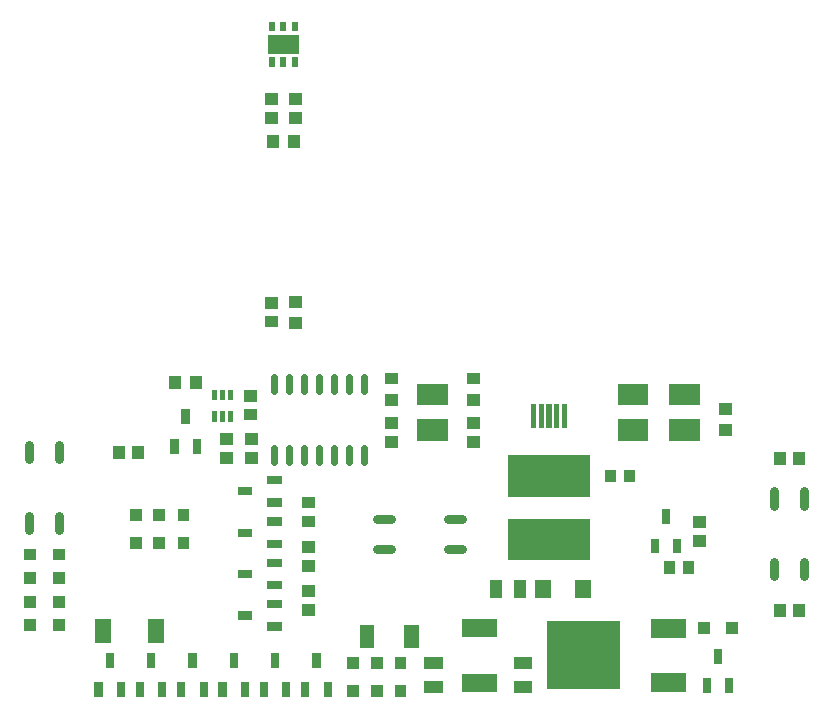
<source format=gbp>
G04 Layer: BottomPasteMaskLayer*
G04 EasyEDA v6.4.5, 2020-08-30T10:48:13+03:00*
G04 413a31d708cc4da382682e4194c4ac02,19ad15c176e44a5d96a851d9d78d95a1,10*
G04 Gerber Generator version 0.2*
G04 Scale: 100 percent, Rotated: No, Reflected: No *
G04 Dimensions in millimeters *
G04 leading zeros omitted , absolute positions ,3 integer and 3 decimal *
%FSLAX33Y33*%
%MOMM*%
G90*
G71D02*

%ADD27C,0.599999*%
%ADD30C,0.799998*%

%LPD*%
G54D27*
G01X22690Y27399D02*
G01X22690Y28599D01*
G01X23960Y27399D02*
G01X23960Y28599D01*
G01X25230Y27399D02*
G01X25230Y28599D01*
G01X26500Y27399D02*
G01X26500Y28599D01*
G01X27770Y27399D02*
G01X27770Y28599D01*
G01X29040Y27399D02*
G01X29040Y28599D01*
G01X30310Y27399D02*
G01X30310Y28599D01*
G01X22690Y21400D02*
G01X22690Y22600D01*
G01X23960Y21400D02*
G01X23960Y22600D01*
G01X25230Y21400D02*
G01X25230Y22600D01*
G01X26500Y21400D02*
G01X26500Y22600D01*
G01X27770Y21400D02*
G01X27770Y22600D01*
G01X29040Y21400D02*
G01X29040Y22600D01*
G01X30310Y21400D02*
G01X30310Y22600D01*
G54D30*
G01X1999Y22799D02*
G01X1999Y21599D01*
G01X4539Y22799D02*
G01X4539Y21599D01*
G01X4542Y16792D02*
G01X4542Y15592D01*
G01X1999Y16800D02*
G01X1999Y15600D01*
G01X31399Y14000D02*
G01X32599Y14000D01*
G01X31399Y16540D02*
G01X32599Y16540D01*
G01X37407Y16542D02*
G01X38607Y16542D01*
G01X37399Y14000D02*
G01X38599Y14000D01*
G01X65000Y18899D02*
G01X65000Y17699D01*
G01X67540Y18899D02*
G01X67540Y17699D01*
G01X67542Y12892D02*
G01X67542Y11692D01*
G01X65000Y12900D02*
G01X65000Y11700D01*
G36*
G01X7574Y6100D02*
G01X8924Y6100D01*
G01X8924Y8100D01*
G01X7574Y8100D01*
G01X7574Y6100D01*
G37*
G36*
G01X12074Y6100D02*
G01X13424Y6100D01*
G01X13424Y8100D01*
G01X12074Y8100D01*
G01X12074Y6100D01*
G37*
G36*
G01X59275Y15829D02*
G01X59275Y16829D01*
G01X58175Y16829D01*
G01X58175Y15829D01*
G01X59275Y15829D01*
G37*
G36*
G01X59275Y14229D02*
G01X59275Y15229D01*
G01X58175Y15229D01*
G01X58175Y14229D01*
G01X59275Y14229D01*
G37*
G36*
G01X57299Y11900D02*
G01X58299Y11900D01*
G01X58299Y13000D01*
G01X57299Y13000D01*
G01X57299Y11900D01*
G37*
G36*
G01X55699Y11900D02*
G01X56699Y11900D01*
G01X56699Y13000D01*
G01X55699Y13000D01*
G01X55699Y11900D01*
G37*
G36*
G01X21925Y33774D02*
G01X21925Y32774D01*
G01X23025Y32774D01*
G01X23025Y33774D01*
G01X21925Y33774D01*
G37*
G36*
G01X21925Y35374D02*
G01X21925Y34374D01*
G01X23025Y34374D01*
G01X23025Y35374D01*
G01X21925Y35374D01*
G37*
G36*
G01X22249Y58648D02*
G01X22249Y57848D01*
G01X22749Y57848D01*
G01X22749Y58648D01*
G01X22249Y58648D01*
G37*
G36*
G01X23250Y58648D02*
G01X23250Y57848D01*
G01X23750Y57848D01*
G01X23750Y58648D01*
G01X23250Y58648D01*
G37*
G36*
G01X24251Y58648D02*
G01X24251Y57848D01*
G01X24750Y57848D01*
G01X24750Y58648D01*
G01X24251Y58648D01*
G37*
G36*
G01X24251Y55648D02*
G01X24251Y54848D01*
G01X24750Y54848D01*
G01X24750Y55648D01*
G01X24251Y55648D01*
G37*
G36*
G01X23250Y55648D02*
G01X23250Y54848D01*
G01X23750Y54848D01*
G01X23750Y55648D01*
G01X23250Y55648D01*
G37*
G36*
G01X22252Y55648D02*
G01X22252Y54848D01*
G01X22751Y54848D01*
G01X22751Y55648D01*
G01X22252Y55648D01*
G37*
G36*
G01X24800Y57551D02*
G01X22200Y57551D01*
G01X22200Y55951D01*
G01X24800Y55951D01*
G01X24800Y57551D01*
G37*
G36*
G01X14874Y24599D02*
G01X15574Y24599D01*
G01X15574Y25849D01*
G01X14874Y25849D01*
G01X14874Y24599D01*
G37*
G36*
G01X13924Y22100D02*
G01X14624Y22100D01*
G01X14624Y23350D01*
G01X13924Y23350D01*
G01X13924Y22100D01*
G37*
G36*
G01X15824Y22100D02*
G01X16524Y22100D01*
G01X16524Y23350D01*
G01X15824Y23350D01*
G01X15824Y22100D01*
G37*
G36*
G01X42500Y21950D02*
G01X42500Y18450D01*
G01X49500Y18450D01*
G01X49500Y21950D01*
G01X42500Y21950D01*
G37*
G36*
G01X42500Y16550D02*
G01X42500Y13050D01*
G01X49500Y13050D01*
G01X49500Y16550D01*
G01X42500Y16550D01*
G37*
G36*
G01X20225Y22250D02*
G01X20225Y21250D01*
G01X21325Y21250D01*
G01X21325Y22250D01*
G01X20225Y22250D01*
G37*
G36*
G01X20225Y23850D02*
G01X20225Y22850D01*
G01X21325Y22850D01*
G01X21325Y23850D01*
G01X20225Y23850D01*
G37*
G36*
G01X25049Y16849D02*
G01X25049Y15849D01*
G01X26149Y15849D01*
G01X26149Y16849D01*
G01X25049Y16849D01*
G37*
G36*
G01X25049Y18449D02*
G01X25049Y17449D01*
G01X26149Y17449D01*
G01X26149Y18449D01*
G01X25049Y18449D01*
G37*
G36*
G01X25048Y13101D02*
G01X25048Y12101D01*
G01X26148Y12101D01*
G01X26148Y13101D01*
G01X25048Y13101D01*
G37*
G36*
G01X25048Y14701D02*
G01X25048Y13701D01*
G01X26148Y13701D01*
G01X26148Y14701D01*
G01X25048Y14701D01*
G37*
G36*
G01X25048Y9349D02*
G01X25048Y8349D01*
G01X26148Y8349D01*
G01X26148Y9349D01*
G01X25048Y9349D01*
G37*
G36*
G01X25048Y10949D02*
G01X25048Y9949D01*
G01X26148Y9949D01*
G01X26148Y10949D01*
G01X25048Y10949D01*
G37*
G36*
G01X44574Y3850D02*
G01X44574Y4850D01*
G01X43023Y4850D01*
G01X43023Y3850D01*
G01X44574Y3850D01*
G37*
G36*
G01X44574Y1850D02*
G01X44574Y2850D01*
G01X43023Y2850D01*
G01X43023Y1850D01*
G01X44574Y1850D01*
G37*
G36*
G01X42001Y11415D02*
G01X41001Y11415D01*
G01X41001Y9865D01*
G01X42001Y9865D01*
G01X42001Y11415D01*
G37*
G36*
G01X44001Y11415D02*
G01X43001Y11415D01*
G01X43001Y9865D01*
G01X44001Y9865D01*
G01X44001Y11415D01*
G37*
G36*
G01X21924Y51025D02*
G01X21924Y50025D01*
G01X23024Y50025D01*
G01X23024Y51025D01*
G01X21924Y51025D01*
G37*
G36*
G01X21924Y52625D02*
G01X21924Y51625D01*
G01X23024Y51625D01*
G01X23024Y52625D01*
G01X21924Y52625D01*
G37*
G36*
G01X23974Y51025D02*
G01X23974Y50025D01*
G01X25074Y50025D01*
G01X25074Y51025D01*
G01X23974Y51025D01*
G37*
G36*
G01X23974Y52625D02*
G01X23974Y51625D01*
G01X25074Y51625D01*
G01X25074Y52625D01*
G01X23974Y52625D01*
G37*
G36*
G01X20174Y25900D02*
G01X20174Y24900D01*
G01X21274Y24900D01*
G01X21274Y25900D01*
G01X20174Y25900D01*
G37*
G36*
G01X20174Y27500D02*
G01X20174Y26500D01*
G01X21274Y26500D01*
G01X21274Y27500D01*
G01X20174Y27500D01*
G37*
G36*
G01X19250Y22850D02*
G01X19250Y23850D01*
G01X18150Y23850D01*
G01X18150Y22850D01*
G01X19250Y22850D01*
G37*
G36*
G01X19250Y21250D02*
G01X19250Y22250D01*
G01X18150Y22250D01*
G01X18150Y21250D01*
G01X19250Y21250D01*
G37*
G36*
G01X66050Y22201D02*
G01X65050Y22201D01*
G01X65050Y21100D01*
G01X66050Y21100D01*
G01X66050Y22201D01*
G37*
G36*
G01X67650Y22201D02*
G01X66650Y22201D01*
G01X66650Y21100D01*
G01X67650Y21100D01*
G01X67650Y22201D01*
G37*
G36*
G01X66050Y9351D02*
G01X65050Y9351D01*
G01X65050Y8251D01*
G01X66050Y8251D01*
G01X66050Y9351D01*
G37*
G36*
G01X67650Y9351D02*
G01X66650Y9351D01*
G01X66650Y8251D01*
G01X67650Y8251D01*
G01X67650Y9351D01*
G37*
G36*
G01X35424Y2850D02*
G01X35424Y1850D01*
G01X36974Y1850D01*
G01X36974Y2850D01*
G01X35424Y2850D01*
G37*
G36*
G01X35424Y4850D02*
G01X35424Y3850D01*
G01X36974Y3850D01*
G01X36974Y4850D01*
G01X35424Y4850D01*
G37*
G36*
G01X33199Y26150D02*
G01X33199Y27150D01*
G01X32099Y27150D01*
G01X32099Y26150D01*
G01X33199Y26150D01*
G37*
G36*
G01X33199Y27950D02*
G01X33199Y28950D01*
G01X32099Y28950D01*
G01X32099Y27950D01*
G01X33199Y27950D01*
G37*
G36*
G01X29949Y5600D02*
G01X31199Y5600D01*
G01X31199Y7600D01*
G01X29949Y7600D01*
G01X29949Y5600D01*
G37*
G36*
G01X33699Y5600D02*
G01X34949Y5600D01*
G01X34949Y7600D01*
G01X33699Y7600D01*
G01X33699Y5600D01*
G37*
G36*
G01X58749Y23203D02*
G01X58749Y25002D01*
G01X56149Y25002D01*
G01X56149Y23203D01*
G01X58749Y23203D01*
G37*
G36*
G01X58749Y26205D02*
G01X58749Y28005D01*
G01X56149Y28005D01*
G01X56149Y26205D01*
G01X58749Y26205D01*
G37*
G36*
G01X33199Y24200D02*
G01X33199Y25200D01*
G01X32099Y25200D01*
G01X32099Y24200D01*
G01X33199Y24200D01*
G37*
G36*
G01X33199Y22600D02*
G01X33199Y23600D01*
G01X32099Y23600D01*
G01X32099Y22600D01*
G01X33199Y22600D01*
G37*
G36*
G01X54590Y8090D02*
G01X54590Y6489D01*
G01X57589Y6489D01*
G01X57589Y8090D01*
G01X54590Y8090D01*
G37*
G36*
G01X54590Y3510D02*
G01X54590Y1909D01*
G01X57589Y1909D01*
G01X57589Y3510D01*
G01X54590Y3510D01*
G37*
G36*
G01X45809Y7925D02*
G01X45809Y2125D01*
G01X52010Y2125D01*
G01X52010Y7925D01*
G01X45809Y7925D01*
G37*
G36*
G01X12499Y17425D02*
G01X12499Y16425D01*
G01X13499Y16425D01*
G01X13499Y17425D01*
G01X12499Y17425D01*
G37*
G36*
G01X12499Y15025D02*
G01X12499Y14025D01*
G01X13499Y14025D01*
G01X13499Y15025D01*
G01X12499Y15025D01*
G37*
G36*
G01X14549Y17425D02*
G01X14549Y16425D01*
G01X15549Y16425D01*
G01X15549Y17425D01*
G01X14549Y17425D01*
G37*
G36*
G01X14549Y15025D02*
G01X14549Y14025D01*
G01X15549Y14025D01*
G01X15549Y15025D01*
G01X14549Y15025D01*
G37*
G36*
G01X32920Y4899D02*
G01X32920Y3899D01*
G01X33920Y3899D01*
G01X33920Y4899D01*
G01X32920Y4899D01*
G37*
G36*
G01X32920Y2499D02*
G01X32920Y1499D01*
G01X33920Y1499D01*
G01X33920Y2499D01*
G01X32920Y2499D01*
G37*
G36*
G01X30910Y4899D02*
G01X30910Y3899D01*
G01X31910Y3899D01*
G01X31910Y4899D01*
G01X30910Y4899D01*
G37*
G36*
G01X30910Y2499D02*
G01X30910Y1499D01*
G01X31910Y1499D01*
G01X31910Y2499D01*
G01X30910Y2499D01*
G37*
G36*
G01X28900Y4899D02*
G01X28900Y3899D01*
G01X29900Y3899D01*
G01X29900Y4899D01*
G01X28900Y4899D01*
G37*
G36*
G01X28900Y2499D02*
G01X28900Y1499D01*
G01X29900Y1499D01*
G01X29900Y2499D01*
G01X28900Y2499D01*
G37*
G36*
G01X4980Y8060D02*
G01X3980Y8060D01*
G01X3980Y7060D01*
G01X4980Y7060D01*
G01X4980Y8060D01*
G37*
G36*
G01X2580Y8060D02*
G01X1580Y8060D01*
G01X1580Y7060D01*
G01X2580Y7060D01*
G01X2580Y8060D01*
G37*
G36*
G01X4980Y10060D02*
G01X3980Y10060D01*
G01X3980Y9060D01*
G01X4980Y9060D01*
G01X4980Y10060D01*
G37*
G36*
G01X2580Y10060D02*
G01X1580Y10060D01*
G01X1580Y9060D01*
G01X2580Y9060D01*
G01X2580Y10060D01*
G37*
G36*
G01X4980Y12060D02*
G01X3980Y12060D01*
G01X3980Y11060D01*
G01X4980Y11060D01*
G01X4980Y12060D01*
G37*
G36*
G01X2580Y12060D02*
G01X1580Y12060D01*
G01X1580Y11060D01*
G01X2580Y11060D01*
G01X2580Y12060D01*
G37*
G36*
G01X4980Y14060D02*
G01X3980Y14060D01*
G01X3980Y13060D01*
G01X4980Y13060D01*
G01X4980Y14060D01*
G37*
G36*
G01X2580Y14060D02*
G01X1580Y14060D01*
G01X1580Y13060D01*
G01X2580Y13060D01*
G01X2580Y14060D01*
G37*
G36*
G01X10499Y17425D02*
G01X10499Y16425D01*
G01X11499Y16425D01*
G01X11499Y17425D01*
G01X10499Y17425D01*
G37*
G36*
G01X10499Y15025D02*
G01X10499Y14025D01*
G01X11499Y14025D01*
G01X11499Y15025D01*
G01X10499Y15025D01*
G37*
G36*
G01X47514Y24292D02*
G01X47514Y26292D01*
G01X47064Y26292D01*
G01X47064Y24292D01*
G01X47514Y24292D01*
G37*
G36*
G01X46864Y24292D02*
G01X46864Y26292D01*
G01X46414Y26292D01*
G01X46414Y24292D01*
G01X46864Y24292D01*
G37*
G36*
G01X46214Y24292D02*
G01X46214Y26292D01*
G01X45764Y26292D01*
G01X45764Y24292D01*
G01X46214Y24292D01*
G37*
G36*
G01X45564Y24292D02*
G01X45564Y26292D01*
G01X45114Y26292D01*
G01X45114Y24292D01*
G01X45564Y24292D01*
G37*
G36*
G01X44914Y24292D02*
G01X44914Y26292D01*
G01X44464Y26292D01*
G01X44464Y24292D01*
G01X44914Y24292D01*
G37*
G36*
G01X54399Y23203D02*
G01X54399Y25002D01*
G01X51799Y25002D01*
G01X51799Y23203D01*
G01X54399Y23203D01*
G37*
G36*
G01X54399Y26205D02*
G01X54399Y28005D01*
G01X51799Y28005D01*
G01X51799Y26205D01*
G01X54399Y26205D01*
G37*
G36*
G01X59949Y4324D02*
G01X60649Y4324D01*
G01X60649Y5574D01*
G01X59949Y5574D01*
G01X59949Y4324D01*
G37*
G36*
G01X58999Y1825D02*
G01X59699Y1825D01*
G01X59699Y3075D01*
G01X58999Y3075D01*
G01X58999Y1825D01*
G37*
G36*
G01X60899Y1825D02*
G01X61599Y1825D01*
G01X61599Y3075D01*
G01X60899Y3075D01*
G01X60899Y1825D01*
G37*
G36*
G01X41600Y6554D02*
G01X41600Y8054D01*
G01X38600Y8054D01*
G01X38600Y6554D01*
G01X41600Y6554D01*
G37*
G36*
G01X41600Y1945D02*
G01X41600Y3445D01*
G01X38600Y3445D01*
G01X38600Y1945D01*
G01X41600Y1945D01*
G37*
G36*
G01X60399Y26399D02*
G01X60399Y25399D01*
G01X61499Y25399D01*
G01X61499Y26399D01*
G01X60399Y26399D01*
G37*
G36*
G01X60399Y24599D02*
G01X60399Y23599D01*
G01X61499Y23599D01*
G01X61499Y24599D01*
G01X60399Y24599D01*
G37*
G36*
G01X61999Y7800D02*
G01X60999Y7800D01*
G01X60999Y6800D01*
G01X61999Y6800D01*
G01X61999Y7800D01*
G37*
G36*
G01X59599Y7800D02*
G01X58599Y7800D01*
G01X58599Y6800D01*
G01X59599Y6800D01*
G01X59599Y7800D01*
G37*
G36*
G01X20875Y18550D02*
G01X20875Y19250D01*
G01X19625Y19250D01*
G01X19625Y18550D01*
G01X20875Y18550D01*
G37*
G36*
G01X23374Y17600D02*
G01X23374Y18300D01*
G01X22124Y18300D01*
G01X22124Y17600D01*
G01X23374Y17600D01*
G37*
G36*
G01X23374Y19499D02*
G01X23374Y20199D01*
G01X22124Y20199D01*
G01X22124Y19499D01*
G01X23374Y19499D01*
G37*
G36*
G01X20875Y11549D02*
G01X20875Y12250D01*
G01X19625Y12250D01*
G01X19625Y11549D01*
G01X20875Y11549D01*
G37*
G36*
G01X23374Y10600D02*
G01X23374Y11300D01*
G01X22124Y11300D01*
G01X22124Y10600D01*
G01X23374Y10600D01*
G37*
G36*
G01X23374Y12499D02*
G01X23374Y13199D01*
G01X22124Y13199D01*
G01X22124Y12499D01*
G01X23374Y12499D01*
G37*
G36*
G01X25949Y3974D02*
G01X26649Y3974D01*
G01X26649Y5224D01*
G01X25949Y5224D01*
G01X25949Y3974D01*
G37*
G36*
G01X25000Y1475D02*
G01X25700Y1475D01*
G01X25700Y2725D01*
G01X25000Y2725D01*
G01X25000Y1475D01*
G37*
G36*
G01X26899Y1475D02*
G01X27599Y1475D01*
G01X27599Y2725D01*
G01X26899Y2725D01*
G01X26899Y1475D01*
G37*
G36*
G01X20875Y15049D02*
G01X20875Y15750D01*
G01X19625Y15750D01*
G01X19625Y15049D01*
G01X20875Y15049D01*
G37*
G36*
G01X23374Y14100D02*
G01X23374Y14800D01*
G01X22124Y14800D01*
G01X22124Y14100D01*
G01X23374Y14100D01*
G37*
G36*
G01X23374Y15999D02*
G01X23374Y16699D01*
G01X22124Y16699D01*
G01X22124Y15999D01*
G01X23374Y15999D01*
G37*
G36*
G01X20875Y8049D02*
G01X20875Y8750D01*
G01X19625Y8750D01*
G01X19625Y8049D01*
G01X20875Y8049D01*
G37*
G36*
G01X23374Y7100D02*
G01X23374Y7800D01*
G01X22124Y7800D01*
G01X22124Y7100D01*
G01X23374Y7100D01*
G37*
G36*
G01X23374Y8999D02*
G01X23374Y9699D01*
G01X22124Y9699D01*
G01X22124Y8999D01*
G01X23374Y8999D01*
G37*
G36*
G01X22449Y3974D02*
G01X23149Y3974D01*
G01X23149Y5224D01*
G01X22449Y5224D01*
G01X22449Y3974D01*
G37*
G36*
G01X21500Y1475D02*
G01X22200Y1475D01*
G01X22200Y2725D01*
G01X21500Y2725D01*
G01X21500Y1475D01*
G37*
G36*
G01X23399Y1475D02*
G01X24099Y1475D01*
G01X24099Y2725D01*
G01X23399Y2725D01*
G01X23399Y1475D01*
G37*
G36*
G01X18948Y3974D02*
G01X19649Y3974D01*
G01X19649Y5224D01*
G01X18948Y5224D01*
G01X18948Y3974D01*
G37*
G36*
G01X17999Y1475D02*
G01X18699Y1475D01*
G01X18699Y2725D01*
G01X17999Y2725D01*
G01X17999Y1475D01*
G37*
G36*
G01X19898Y1475D02*
G01X20598Y1475D01*
G01X20598Y2725D01*
G01X19898Y2725D01*
G01X19898Y1475D01*
G37*
G36*
G01X15449Y3974D02*
G01X16150Y3974D01*
G01X16150Y5224D01*
G01X15449Y5224D01*
G01X15449Y3974D01*
G37*
G36*
G01X14500Y1475D02*
G01X15200Y1475D01*
G01X15200Y2725D01*
G01X14500Y2725D01*
G01X14500Y1475D01*
G37*
G36*
G01X16399Y1475D02*
G01X17099Y1475D01*
G01X17099Y2725D01*
G01X16399Y2725D01*
G01X16399Y1475D01*
G37*
G36*
G01X11949Y3974D02*
G01X12649Y3974D01*
G01X12649Y5224D01*
G01X11949Y5224D01*
G01X11949Y3974D01*
G37*
G36*
G01X11000Y1475D02*
G01X11700Y1475D01*
G01X11700Y2725D01*
G01X11000Y2725D01*
G01X11000Y1475D01*
G37*
G36*
G01X12899Y1475D02*
G01X13599Y1475D01*
G01X13599Y2725D01*
G01X12899Y2725D01*
G01X12899Y1475D01*
G37*
G36*
G01X8449Y3974D02*
G01X9149Y3974D01*
G01X9149Y5224D01*
G01X8449Y5224D01*
G01X8449Y3974D01*
G37*
G36*
G01X7500Y1475D02*
G01X8200Y1475D01*
G01X8200Y2725D01*
G01X7500Y2725D01*
G01X7500Y1475D01*
G37*
G36*
G01X9399Y1475D02*
G01X10099Y1475D01*
G01X10099Y2725D01*
G01X9399Y2725D01*
G01X9399Y1475D01*
G37*
G36*
G01X37399Y23203D02*
G01X37399Y25002D01*
G01X34799Y25002D01*
G01X34799Y23203D01*
G01X37399Y23203D01*
G37*
G36*
G01X37399Y26205D02*
G01X37399Y28005D01*
G01X34799Y28005D01*
G01X34799Y26205D01*
G01X37399Y26205D01*
G37*
G36*
G01X39049Y28949D02*
G01X39049Y27949D01*
G01X40149Y27949D01*
G01X40149Y28949D01*
G01X39049Y28949D01*
G37*
G36*
G01X39049Y27149D02*
G01X39049Y26149D01*
G01X40149Y26149D01*
G01X40149Y27149D01*
G01X39049Y27149D01*
G37*
G36*
G01X24899Y49099D02*
G01X23899Y49099D01*
G01X23899Y47999D01*
G01X24899Y47999D01*
G01X24899Y49099D01*
G37*
G36*
G01X23099Y49099D02*
G01X22099Y49099D01*
G01X22099Y47999D01*
G01X23099Y47999D01*
G01X23099Y49099D01*
G37*
G36*
G01X13799Y27549D02*
G01X14799Y27549D01*
G01X14799Y28650D01*
G01X13799Y28650D01*
G01X13799Y27549D01*
G37*
G36*
G01X15600Y27549D02*
G01X16600Y27549D01*
G01X16600Y28650D01*
G01X15600Y28650D01*
G01X15600Y27549D01*
G37*
G36*
G01X18149Y26599D02*
G01X18549Y26599D01*
G01X18549Y27499D01*
G01X18149Y27499D01*
G01X18149Y26599D01*
G37*
G36*
G01X18799Y26599D02*
G01X19199Y26599D01*
G01X19199Y27499D01*
G01X18799Y27499D01*
G01X18799Y26599D01*
G37*
G36*
G01X18799Y24800D02*
G01X19199Y24800D01*
G01X19199Y25700D01*
G01X18799Y25700D01*
G01X18799Y24800D01*
G37*
G36*
G01X18149Y24800D02*
G01X18549Y24800D01*
G01X18549Y25700D01*
G01X18149Y25700D01*
G01X18149Y24800D01*
G37*
G36*
G01X17499Y24800D02*
G01X17899Y24800D01*
G01X17899Y25700D01*
G01X17499Y25700D01*
G01X17499Y24800D01*
G37*
G36*
G01X17499Y26599D02*
G01X17899Y26599D01*
G01X17899Y27499D01*
G01X17499Y27499D01*
G01X17499Y26599D01*
G37*
G36*
G01X48228Y11400D02*
G01X49528Y11400D01*
G01X49528Y9900D01*
G01X48228Y9900D01*
G01X48228Y11400D01*
G37*
G36*
G01X44828Y11400D02*
G01X46128Y11400D01*
G01X46128Y9900D01*
G01X44828Y9900D01*
G01X44828Y11400D01*
G37*
G36*
G01X55539Y16144D02*
G01X56239Y16144D01*
G01X56239Y17394D01*
G01X55539Y17394D01*
G01X55539Y16144D01*
G37*
G36*
G01X54589Y13645D02*
G01X55289Y13645D01*
G01X55289Y14895D01*
G01X54589Y14895D01*
G01X54589Y13645D01*
G37*
G36*
G01X56489Y13645D02*
G01X57189Y13645D01*
G01X57189Y14895D01*
G01X56489Y14895D01*
G01X56489Y13645D01*
G37*
G36*
G01X25075Y32660D02*
G01X25075Y33660D01*
G01X23975Y33660D01*
G01X23975Y32660D01*
G01X25075Y32660D01*
G37*
G36*
G01X25075Y34460D02*
G01X25075Y35460D01*
G01X23975Y35460D01*
G01X23975Y34460D01*
G01X25075Y34460D01*
G37*
G36*
G01X10099Y22700D02*
G01X9099Y22700D01*
G01X9099Y21599D01*
G01X10099Y21599D01*
G01X10099Y22700D01*
G37*
G36*
G01X11699Y22700D02*
G01X10699Y22700D01*
G01X10699Y21599D01*
G01X11699Y21599D01*
G01X11699Y22700D01*
G37*
G36*
G01X39049Y23599D02*
G01X39049Y22599D01*
G01X40149Y22599D01*
G01X40149Y23599D01*
G01X39049Y23599D01*
G37*
G36*
G01X39049Y25199D02*
G01X39049Y24199D01*
G01X40149Y24199D01*
G01X40149Y25199D01*
G01X39049Y25199D01*
G37*
G36*
G01X52299Y19649D02*
G01X53299Y19649D01*
G01X53299Y20749D01*
G01X52299Y20749D01*
G01X52299Y19649D01*
G37*
G36*
G01X50699Y19649D02*
G01X51699Y19649D01*
G01X51699Y20749D01*
G01X50699Y20749D01*
G01X50699Y19649D01*
G37*
M00*
M02*

</source>
